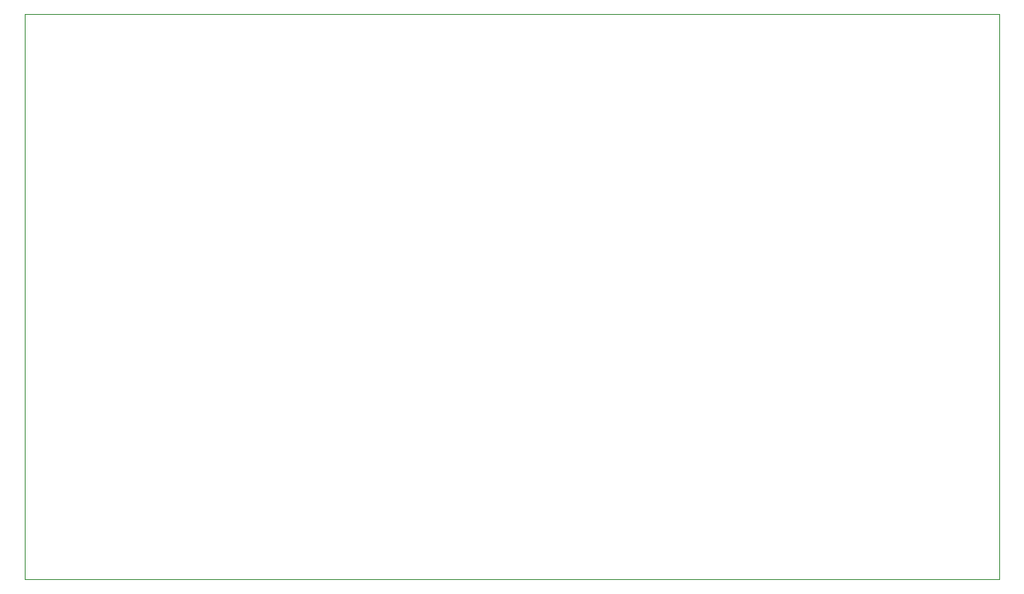
<source format=gbr>
%TF.GenerationSoftware,KiCad,Pcbnew,7.0.9*%
%TF.CreationDate,2024-01-29T12:05:15+11:00*%
%TF.ProjectId,rom-module,726f6d2d-6d6f-4647-956c-652e6b696361,rev?*%
%TF.SameCoordinates,Original*%
%TF.FileFunction,Profile,NP*%
%FSLAX46Y46*%
G04 Gerber Fmt 4.6, Leading zero omitted, Abs format (unit mm)*
G04 Created by KiCad (PCBNEW 7.0.9) date 2024-01-29 12:05:15*
%MOMM*%
%LPD*%
G01*
G04 APERTURE LIST*
%TA.AperFunction,Profile*%
%ADD10C,0.100000*%
%TD*%
G04 APERTURE END LIST*
D10*
X101000000Y-44000000D02*
X201000000Y-44000000D01*
X201000000Y-102000000D01*
X101000000Y-102000000D01*
X101000000Y-44000000D01*
M02*

</source>
